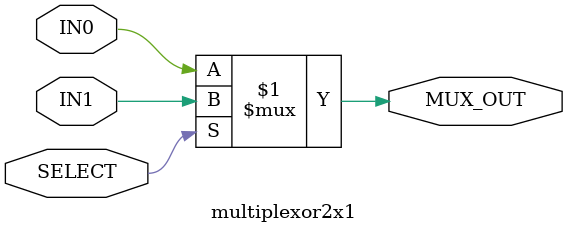
<source format=v>
module multiplexor2x1 #(
    parameter IN_WIDTH = 1
) (
    input [IN_WIDTH-1:0] IN1,
    input [IN_WIDTH-1:0] IN0,
    input SELECT,
    output [IN_WIDTH-1:0] MUX_OUT
);
    assign MUX_OUT = SELECT ? IN1 : IN0;
endmodule

</source>
